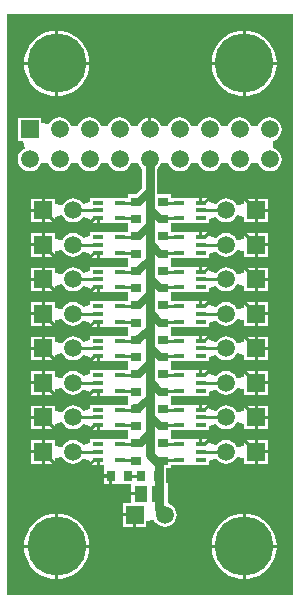
<source format=gtl>
%FSLAX24Y24*%
%MOIN*%
G70*
G01*
G75*
G04 Layer_Physical_Order=1*
G04 Layer_Color=255*
%ADD10R,0.0276X0.0354*%
%ADD11R,0.0335X0.0138*%
%ADD12R,0.0354X0.0276*%
%ADD13R,0.0433X0.0551*%
%ADD14C,0.0100*%
%ADD15C,0.0300*%
%ADD16C,0.0250*%
%ADD17R,0.0591X0.0591*%
%ADD18C,0.0591*%
%ADD19C,0.1969*%
G36*
X61890Y17066D02*
X52353D01*
Y36447D01*
X61890D01*
Y17066D01*
D02*
G37*
%LPC*%
G36*
X53500Y23395D02*
X53155D01*
Y23050D01*
X53500D01*
Y23395D01*
D02*
G37*
G36*
X61045D02*
X60700D01*
Y23050D01*
X61045D01*
Y23395D01*
D02*
G37*
G36*
X53500Y24100D02*
X53155D01*
Y23755D01*
X53500D01*
Y24100D01*
D02*
G37*
G36*
X61045Y22245D02*
X60700D01*
Y21900D01*
X61045D01*
Y22245D01*
D02*
G37*
G36*
X53500Y22950D02*
X53155D01*
Y22605D01*
X53500D01*
Y22950D01*
D02*
G37*
G36*
X61045D02*
X60700D01*
Y22605D01*
X61045D01*
Y22950D01*
D02*
G37*
G36*
X53500Y25250D02*
X53155D01*
Y24905D01*
X53500D01*
Y25250D01*
D02*
G37*
G36*
X61045D02*
X60700D01*
Y24905D01*
X61045D01*
Y25250D01*
D02*
G37*
G36*
X53500Y25695D02*
X53155D01*
Y25350D01*
X53500D01*
Y25695D01*
D02*
G37*
G36*
X61045Y24100D02*
X60700D01*
Y23755D01*
X61045D01*
Y24100D01*
D02*
G37*
G36*
X53500Y24545D02*
X53155D01*
Y24200D01*
X53500D01*
Y24545D01*
D02*
G37*
G36*
X61045D02*
X60700D01*
Y24200D01*
X61045D01*
Y24545D01*
D02*
G37*
G36*
X53500Y22245D02*
X53155D01*
Y21900D01*
X53500D01*
Y22245D01*
D02*
G37*
G36*
X61334Y18650D02*
X60300D01*
Y17616D01*
X60420Y17626D01*
X60586Y17666D01*
X60744Y17731D01*
X60889Y17820D01*
X61019Y17931D01*
X61130Y18061D01*
X61219Y18206D01*
X61284Y18364D01*
X61324Y18530D01*
X61334Y18650D01*
D02*
G37*
G36*
X53950Y19784D02*
X53830Y19774D01*
X53664Y19734D01*
X53506Y19669D01*
X53361Y19580D01*
X53231Y19469D01*
X53120Y19339D01*
X53031Y19194D01*
X52966Y19036D01*
X52926Y18870D01*
X52916Y18750D01*
X53950D01*
Y19784D01*
D02*
G37*
G36*
X54050D02*
Y18750D01*
X55084D01*
X55074Y18870D01*
X55034Y19036D01*
X54969Y19194D01*
X54880Y19339D01*
X54769Y19469D01*
X54639Y19580D01*
X54494Y19669D01*
X54336Y19734D01*
X54170Y19774D01*
X54050Y19784D01*
D02*
G37*
G36*
X53950Y18650D02*
X52916D01*
X52926Y18530D01*
X52966Y18364D01*
X53031Y18206D01*
X53120Y18061D01*
X53231Y17931D01*
X53361Y17820D01*
X53506Y17731D01*
X53664Y17666D01*
X53830Y17626D01*
X53950Y17616D01*
Y18650D01*
D02*
G37*
G36*
X55084D02*
X54050D01*
Y17616D01*
X54170Y17626D01*
X54336Y17666D01*
X54494Y17731D01*
X54639Y17820D01*
X54769Y17931D01*
X54880Y18061D01*
X54969Y18206D01*
X55034Y18364D01*
X55074Y18530D01*
X55084Y18650D01*
D02*
G37*
G36*
X60200D02*
X59166D01*
X59176Y18530D01*
X59216Y18364D01*
X59281Y18206D01*
X59370Y18061D01*
X59481Y17931D01*
X59611Y17820D01*
X59756Y17731D01*
X59914Y17666D01*
X60080Y17626D01*
X60200Y17616D01*
Y18650D01*
D02*
G37*
G36*
X55755Y21000D02*
X55567D01*
Y20773D01*
X55755D01*
Y21000D01*
D02*
G37*
G36*
X53500Y21800D02*
X53155D01*
Y21455D01*
X53500D01*
Y21800D01*
D02*
G37*
G36*
X61045D02*
X60700D01*
Y21455D01*
X61045D01*
Y21800D01*
D02*
G37*
G36*
X60200Y19784D02*
X60080Y19774D01*
X59914Y19734D01*
X59756Y19669D01*
X59611Y19580D01*
X59481Y19469D01*
X59370Y19339D01*
X59281Y19194D01*
X59216Y19036D01*
X59176Y18870D01*
X59166Y18750D01*
X60200D01*
Y19784D01*
D02*
G37*
G36*
X60300D02*
Y18750D01*
X61334D01*
X61324Y18870D01*
X61284Y19036D01*
X61219Y19194D01*
X61130Y19339D01*
X61019Y19469D01*
X60889Y19580D01*
X60744Y19669D01*
X60586Y19734D01*
X60420Y19774D01*
X60300Y19784D01*
D02*
G37*
G36*
X56550Y19700D02*
X56205D01*
Y19355D01*
X56550D01*
Y19700D01*
D02*
G37*
G36*
X61045Y30295D02*
X60700D01*
Y29950D01*
X61045D01*
Y30295D01*
D02*
G37*
G36*
X61100Y32999D02*
X60997Y32985D01*
X60901Y32945D01*
X60818Y32882D01*
X60755Y32799D01*
X60725Y32728D01*
X60475D01*
X60445Y32799D01*
X60382Y32882D01*
X60299Y32945D01*
X60203Y32985D01*
X60100Y32999D01*
X59997Y32985D01*
X59901Y32945D01*
X59818Y32882D01*
X59755Y32799D01*
X59725Y32728D01*
X59475D01*
X59445Y32799D01*
X59382Y32882D01*
X59299Y32945D01*
X59203Y32985D01*
X59100Y32999D01*
X58997Y32985D01*
X58901Y32945D01*
X58818Y32882D01*
X58755Y32799D01*
X58725Y32728D01*
X58475D01*
X58445Y32799D01*
X58382Y32882D01*
X58299Y32945D01*
X58203Y32985D01*
X58100Y32999D01*
X57997Y32985D01*
X57901Y32945D01*
X57818Y32882D01*
X57755Y32799D01*
X57725Y32728D01*
X57475D01*
X57445Y32799D01*
X57382Y32882D01*
X57299Y32945D01*
X57203Y32985D01*
X57150Y32992D01*
Y32600D01*
X57050D01*
Y32992D01*
X56997Y32985D01*
X56901Y32945D01*
X56818Y32882D01*
X56755Y32799D01*
X56725Y32728D01*
X56475D01*
X56445Y32799D01*
X56382Y32882D01*
X56299Y32945D01*
X56203Y32985D01*
X56100Y32999D01*
X55997Y32985D01*
X55901Y32945D01*
X55818Y32882D01*
X55755Y32799D01*
X55725Y32728D01*
X55475D01*
X55445Y32799D01*
X55382Y32882D01*
X55299Y32945D01*
X55203Y32985D01*
X55100Y32999D01*
X54997Y32985D01*
X54901Y32945D01*
X54818Y32882D01*
X54755Y32799D01*
X54725Y32728D01*
X54475D01*
X54445Y32799D01*
X54382Y32882D01*
X54299Y32945D01*
X54203Y32985D01*
X54100Y32999D01*
X53997Y32985D01*
X53901Y32945D01*
X53818Y32882D01*
X53755Y32799D01*
X53740Y32765D01*
X53495Y32814D01*
Y32995D01*
X52705D01*
Y32205D01*
X52886D01*
X52935Y31960D01*
X52901Y31945D01*
X52818Y31882D01*
X52755Y31799D01*
X52715Y31703D01*
X52701Y31600D01*
X52715Y31497D01*
X52755Y31401D01*
X52818Y31318D01*
X52901Y31255D01*
X52997Y31215D01*
X53100Y31201D01*
X53203Y31215D01*
X53299Y31255D01*
X53382Y31318D01*
X53445Y31401D01*
X53475Y31472D01*
X53725D01*
X53755Y31401D01*
X53818Y31318D01*
X53901Y31255D01*
X53997Y31215D01*
X54100Y31201D01*
X54203Y31215D01*
X54299Y31255D01*
X54382Y31318D01*
X54445Y31401D01*
X54475Y31472D01*
X54725D01*
X54755Y31401D01*
X54818Y31318D01*
X54901Y31255D01*
X54997Y31215D01*
X55100Y31201D01*
X55203Y31215D01*
X55299Y31255D01*
X55382Y31318D01*
X55445Y31401D01*
X55475Y31472D01*
X55725D01*
X55755Y31401D01*
X55818Y31318D01*
X55901Y31255D01*
X55997Y31215D01*
X56100Y31201D01*
X56203Y31215D01*
X56299Y31255D01*
X56382Y31318D01*
X56445Y31401D01*
X56475Y31472D01*
X56725D01*
X56755Y31401D01*
X56818Y31318D01*
X56845Y31297D01*
Y30620D01*
X56659Y30433D01*
X56373D01*
Y30325D01*
X55847D01*
D01*
D01*
X55847Y30325D01*
X55653D01*
Y30325D01*
X55118D01*
Y30197D01*
X54882Y30117D01*
X54832Y30182D01*
X54749Y30245D01*
X54653Y30285D01*
X54550Y30299D01*
X54447Y30285D01*
X54351Y30245D01*
X54268Y30182D01*
X54205Y30099D01*
X54190Y30065D01*
X53945Y30114D01*
Y30295D01*
X53600D01*
Y29900D01*
Y29505D01*
X53945D01*
Y29686D01*
X54190Y29735D01*
X54205Y29701D01*
X54268Y29618D01*
X54351Y29555D01*
X54447Y29515D01*
X54550Y29501D01*
X54653Y29515D01*
X54749Y29555D01*
X54832Y29618D01*
X54882Y29683D01*
X55118Y29603D01*
Y29475D01*
X55336D01*
Y29644D01*
X55436D01*
Y29475D01*
X55653D01*
Y29475D01*
X55653D01*
X55653Y29475D01*
X55847D01*
Y29475D01*
X56373D01*
X56373Y29367D01*
X56373D01*
X56373Y29283D01*
D01*
X56373Y29175D01*
X55847D01*
D01*
D01*
X55847Y29175D01*
X55653D01*
Y29175D01*
X55118D01*
Y29047D01*
X54882Y28967D01*
X54832Y29032D01*
X54749Y29095D01*
X54653Y29135D01*
X54550Y29149D01*
X54447Y29135D01*
X54351Y29095D01*
X54268Y29032D01*
X54205Y28949D01*
X54190Y28915D01*
X53945Y28964D01*
Y29145D01*
X53600D01*
Y28750D01*
Y28355D01*
X53945D01*
Y28536D01*
X54190Y28585D01*
X54205Y28551D01*
X54268Y28468D01*
X54351Y28405D01*
X54447Y28365D01*
X54550Y28351D01*
X54653Y28365D01*
X54749Y28405D01*
X54832Y28468D01*
X54882Y28533D01*
X55118Y28453D01*
Y28325D01*
X55336D01*
Y28494D01*
X55436D01*
Y28325D01*
X55653D01*
Y28325D01*
X55653D01*
X55653Y28325D01*
X55847D01*
Y28325D01*
X56373D01*
X56373Y28217D01*
X56373D01*
X56373Y28133D01*
D01*
X56373Y28025D01*
X55847D01*
D01*
D01*
X55847Y28025D01*
X55653D01*
Y28025D01*
X55118D01*
Y27897D01*
X54882Y27817D01*
X54832Y27882D01*
X54749Y27945D01*
X54653Y27985D01*
X54550Y27999D01*
X54447Y27985D01*
X54351Y27945D01*
X54268Y27882D01*
X54205Y27799D01*
X54190Y27765D01*
X53945Y27814D01*
Y27995D01*
X53600D01*
Y27600D01*
Y27205D01*
X53945D01*
Y27386D01*
X54190Y27435D01*
X54205Y27401D01*
X54268Y27318D01*
X54351Y27255D01*
X54447Y27215D01*
X54550Y27201D01*
X54653Y27215D01*
X54749Y27255D01*
X54832Y27318D01*
X54882Y27383D01*
X55118Y27303D01*
Y27175D01*
X55336D01*
Y27344D01*
X55436D01*
Y27175D01*
X55653D01*
Y27175D01*
X55653D01*
X55653Y27175D01*
X55847D01*
Y27175D01*
X56373D01*
X56373Y27067D01*
X56373D01*
X56373Y26983D01*
D01*
X56373Y26875D01*
X55847D01*
D01*
D01*
X55847Y26875D01*
X55653D01*
Y26875D01*
X55118D01*
Y26747D01*
X54882Y26667D01*
X54832Y26732D01*
X54749Y26795D01*
X54653Y26835D01*
X54550Y26849D01*
X54447Y26835D01*
X54351Y26795D01*
X54268Y26732D01*
X54205Y26649D01*
X54190Y26615D01*
X53945Y26664D01*
Y26845D01*
X53600D01*
Y26450D01*
Y26055D01*
X53945D01*
Y26236D01*
X54190Y26285D01*
X54205Y26251D01*
X54268Y26168D01*
X54351Y26105D01*
X54447Y26065D01*
X54550Y26051D01*
X54653Y26065D01*
X54749Y26105D01*
X54832Y26168D01*
X54882Y26233D01*
X55118Y26153D01*
Y26025D01*
X55336D01*
Y26194D01*
X55436D01*
Y26025D01*
X55653D01*
Y26025D01*
X55653D01*
X55653Y26025D01*
X55847D01*
Y26025D01*
X56373D01*
X56373Y25917D01*
X56373D01*
X56373Y25833D01*
D01*
X56373Y25725D01*
X55847D01*
D01*
D01*
X55847Y25725D01*
X55653D01*
Y25725D01*
X55118D01*
Y25597D01*
X54882Y25517D01*
X54832Y25582D01*
X54749Y25645D01*
X54653Y25685D01*
X54550Y25699D01*
X54447Y25685D01*
X54351Y25645D01*
X54268Y25582D01*
X54205Y25499D01*
X54190Y25465D01*
X53945Y25514D01*
Y25695D01*
X53600D01*
Y25300D01*
Y24905D01*
X53945D01*
Y25086D01*
X54190Y25135D01*
X54205Y25101D01*
X54268Y25018D01*
X54351Y24955D01*
X54447Y24915D01*
X54550Y24901D01*
X54653Y24915D01*
X54749Y24955D01*
X54832Y25018D01*
X54882Y25083D01*
X55118Y25003D01*
Y24875D01*
X55336D01*
Y25044D01*
X55436D01*
Y24875D01*
X55653D01*
Y24875D01*
X55653D01*
X55653Y24875D01*
X55847D01*
Y24875D01*
X56373D01*
X56373Y24767D01*
X56373D01*
X56373Y24683D01*
D01*
X56373Y24575D01*
X55847D01*
D01*
D01*
X55847Y24575D01*
X55653D01*
Y24575D01*
X55118D01*
Y24447D01*
X54882Y24367D01*
X54832Y24432D01*
X54749Y24495D01*
X54653Y24535D01*
X54550Y24549D01*
X54447Y24535D01*
X54351Y24495D01*
X54268Y24432D01*
X54205Y24349D01*
X54190Y24315D01*
X53945Y24364D01*
Y24545D01*
X53600D01*
Y24150D01*
Y23755D01*
X53945D01*
Y23936D01*
X54190Y23985D01*
X54205Y23951D01*
X54268Y23868D01*
X54351Y23805D01*
X54447Y23765D01*
X54550Y23751D01*
X54653Y23765D01*
X54749Y23805D01*
X54832Y23868D01*
X54882Y23933D01*
X55118Y23853D01*
Y23725D01*
X55336D01*
Y23894D01*
X55436D01*
Y23725D01*
X55653D01*
Y23725D01*
X55653D01*
X55653Y23725D01*
X55847D01*
Y23725D01*
X56373D01*
X56373Y23617D01*
X56373D01*
X56373Y23533D01*
D01*
X56373Y23425D01*
X55847D01*
D01*
D01*
X55847Y23425D01*
X55653D01*
Y23425D01*
X55118D01*
Y23297D01*
X54882Y23217D01*
X54832Y23282D01*
X54749Y23345D01*
X54653Y23385D01*
X54550Y23399D01*
X54447Y23385D01*
X54351Y23345D01*
X54268Y23282D01*
X54205Y23199D01*
X54190Y23165D01*
X53945Y23214D01*
Y23395D01*
X53600D01*
Y23000D01*
Y22605D01*
X53945D01*
Y22786D01*
X54190Y22835D01*
X54205Y22801D01*
X54268Y22718D01*
X54351Y22655D01*
X54447Y22615D01*
X54550Y22601D01*
X54653Y22615D01*
X54749Y22655D01*
X54832Y22718D01*
X54882Y22783D01*
X55118Y22703D01*
Y22575D01*
X55336D01*
Y22744D01*
X55436D01*
Y22575D01*
X55653D01*
Y22575D01*
X55653D01*
X55653Y22575D01*
X55847D01*
Y22575D01*
X56373D01*
X56373Y22467D01*
X56373D01*
X56373Y22383D01*
D01*
X56373Y22275D01*
X55847D01*
D01*
D01*
X55847Y22275D01*
X55653D01*
Y22275D01*
X55118D01*
Y22147D01*
X54882Y22067D01*
X54832Y22132D01*
X54749Y22195D01*
X54653Y22235D01*
X54550Y22249D01*
X54447Y22235D01*
X54351Y22195D01*
X54268Y22132D01*
X54205Y22049D01*
X54190Y22015D01*
X53945Y22064D01*
Y22245D01*
X53600D01*
Y21850D01*
Y21455D01*
X53945D01*
Y21636D01*
X54190Y21685D01*
X54205Y21651D01*
X54268Y21568D01*
X54351Y21505D01*
X54447Y21465D01*
X54550Y21451D01*
X54653Y21465D01*
X54749Y21505D01*
X54832Y21568D01*
X54882Y21633D01*
X55118Y21553D01*
Y21425D01*
X55336D01*
Y21594D01*
X55436D01*
Y21425D01*
X55567D01*
Y21327D01*
X55567D01*
Y21100D01*
X55805D01*
Y21050D01*
X55855D01*
Y20773D01*
X55981D01*
Y20773D01*
X55981Y20773D01*
X56043Y20773D01*
X56100D01*
X56157D01*
X56219Y20773D01*
X56219Y20773D01*
Y20773D01*
X56488D01*
Y20500D01*
X56805D01*
Y20400D01*
X56488D01*
Y20145D01*
X56205D01*
Y19800D01*
X56600D01*
Y19750D01*
X56650D01*
Y19355D01*
X56995D01*
Y19536D01*
X57240Y19585D01*
X57255Y19551D01*
X57318Y19468D01*
X57401Y19405D01*
X57497Y19365D01*
X57600Y19351D01*
X57703Y19365D01*
X57799Y19405D01*
X57882Y19468D01*
X57945Y19551D01*
X57985Y19647D01*
X57999Y19750D01*
X57985Y19853D01*
X57945Y19949D01*
X57882Y20032D01*
X57799Y20095D01*
X57712Y20132D01*
Y20826D01*
X57655D01*
Y21317D01*
X57827D01*
Y21425D01*
X58353D01*
Y21425D01*
X58353D01*
X58353Y21425D01*
X58547D01*
Y21425D01*
X59082D01*
Y21553D01*
X59318Y21633D01*
X59368Y21568D01*
X59451Y21505D01*
X59547Y21465D01*
X59650Y21451D01*
X59753Y21465D01*
X59849Y21505D01*
X59932Y21568D01*
X59995Y21651D01*
X60010Y21685D01*
X60255Y21636D01*
Y21455D01*
X60600D01*
Y21850D01*
Y22245D01*
X60255D01*
Y22064D01*
X60010Y22015D01*
X59995Y22049D01*
X59932Y22132D01*
X59849Y22195D01*
X59753Y22235D01*
X59650Y22249D01*
X59547Y22235D01*
X59451Y22195D01*
X59368Y22132D01*
X59318Y22067D01*
X59082Y22147D01*
Y22275D01*
X58864D01*
Y22106D01*
X58764D01*
Y22275D01*
X58547D01*
D01*
D01*
X58547Y22275D01*
X58353D01*
Y22275D01*
X57827D01*
X57827Y22383D01*
D01*
Y22467D01*
D01*
X57827Y22575D01*
X58353D01*
Y22575D01*
X58353D01*
X58353Y22575D01*
X58547D01*
Y22575D01*
X59082D01*
Y22703D01*
X59318Y22783D01*
X59368Y22718D01*
X59451Y22655D01*
X59547Y22615D01*
X59650Y22601D01*
X59753Y22615D01*
X59849Y22655D01*
X59932Y22718D01*
X59995Y22801D01*
X60010Y22835D01*
X60255Y22786D01*
Y22605D01*
X60600D01*
Y23000D01*
Y23395D01*
X60255D01*
Y23214D01*
X60010Y23165D01*
X59995Y23199D01*
X59932Y23282D01*
X59849Y23345D01*
X59753Y23385D01*
X59650Y23399D01*
X59547Y23385D01*
X59451Y23345D01*
X59368Y23282D01*
X59318Y23217D01*
X59082Y23297D01*
Y23425D01*
X58864D01*
Y23256D01*
X58764D01*
Y23425D01*
X58547D01*
D01*
D01*
X58547Y23425D01*
X58353D01*
Y23425D01*
X57827D01*
X57827Y23533D01*
D01*
Y23617D01*
D01*
X57827Y23725D01*
X58353D01*
Y23725D01*
X58353D01*
X58353Y23725D01*
X58547D01*
Y23725D01*
X59082D01*
Y23853D01*
X59318Y23933D01*
X59368Y23868D01*
X59451Y23805D01*
X59547Y23765D01*
X59650Y23751D01*
X59753Y23765D01*
X59849Y23805D01*
X59932Y23868D01*
X59995Y23951D01*
X60010Y23985D01*
X60255Y23936D01*
Y23755D01*
X60600D01*
Y24150D01*
Y24545D01*
X60255D01*
Y24364D01*
X60010Y24315D01*
X59995Y24349D01*
X59932Y24432D01*
X59849Y24495D01*
X59753Y24535D01*
X59650Y24549D01*
X59547Y24535D01*
X59451Y24495D01*
X59368Y24432D01*
X59318Y24367D01*
X59082Y24447D01*
Y24575D01*
X58864D01*
Y24406D01*
X58764D01*
Y24575D01*
X58547D01*
D01*
D01*
X58547Y24575D01*
X58353D01*
Y24575D01*
X57827D01*
X57827Y24683D01*
D01*
Y24767D01*
D01*
X57827Y24875D01*
X58353D01*
Y24875D01*
X58353D01*
X58353Y24875D01*
X58547D01*
Y24875D01*
X59082D01*
Y25003D01*
X59318Y25083D01*
X59368Y25018D01*
X59451Y24955D01*
X59547Y24915D01*
X59650Y24901D01*
X59753Y24915D01*
X59849Y24955D01*
X59932Y25018D01*
X59995Y25101D01*
X60010Y25135D01*
X60255Y25086D01*
Y24905D01*
X60600D01*
Y25300D01*
Y25695D01*
X60255D01*
Y25514D01*
X60010Y25465D01*
X59995Y25499D01*
X59932Y25582D01*
X59849Y25645D01*
X59753Y25685D01*
X59650Y25699D01*
X59547Y25685D01*
X59451Y25645D01*
X59368Y25582D01*
X59318Y25517D01*
X59082Y25597D01*
Y25725D01*
X58864D01*
Y25556D01*
X58764D01*
Y25725D01*
X58547D01*
D01*
D01*
X58547Y25725D01*
X58353D01*
Y25725D01*
X57827D01*
X57827Y25833D01*
D01*
Y25917D01*
D01*
X57827Y26025D01*
X58353D01*
Y26025D01*
X58353D01*
X58353Y26025D01*
X58547D01*
Y26025D01*
X59082D01*
Y26153D01*
X59318Y26233D01*
X59368Y26168D01*
X59451Y26105D01*
X59547Y26065D01*
X59650Y26051D01*
X59753Y26065D01*
X59849Y26105D01*
X59932Y26168D01*
X59995Y26251D01*
X60010Y26285D01*
X60255Y26236D01*
Y26055D01*
X60600D01*
Y26450D01*
Y26845D01*
X60255D01*
Y26664D01*
X60010Y26615D01*
X59995Y26649D01*
X59932Y26732D01*
X59849Y26795D01*
X59753Y26835D01*
X59650Y26849D01*
X59547Y26835D01*
X59451Y26795D01*
X59368Y26732D01*
X59318Y26667D01*
X59082Y26747D01*
Y26875D01*
X58864D01*
Y26706D01*
X58764D01*
Y26875D01*
X58547D01*
D01*
D01*
X58547Y26875D01*
X58353D01*
Y26875D01*
X57827D01*
X57827Y26983D01*
D01*
Y27067D01*
D01*
X57827Y27175D01*
X58353D01*
Y27175D01*
X58353D01*
X58353Y27175D01*
X58547D01*
Y27175D01*
X59082D01*
Y27303D01*
X59318Y27383D01*
X59368Y27318D01*
X59451Y27255D01*
X59547Y27215D01*
X59650Y27201D01*
X59753Y27215D01*
X59849Y27255D01*
X59932Y27318D01*
X59995Y27401D01*
X60010Y27435D01*
X60255Y27386D01*
Y27205D01*
X60600D01*
Y27600D01*
Y27995D01*
X60255D01*
Y27814D01*
X60010Y27765D01*
X59995Y27799D01*
X59932Y27882D01*
X59849Y27945D01*
X59753Y27985D01*
X59650Y27999D01*
X59547Y27985D01*
X59451Y27945D01*
X59368Y27882D01*
X59318Y27817D01*
X59082Y27897D01*
Y28025D01*
X58864D01*
Y27856D01*
X58764D01*
Y28025D01*
X58547D01*
D01*
D01*
X58547Y28025D01*
X58353D01*
Y28025D01*
X57827D01*
X57827Y28133D01*
D01*
Y28217D01*
D01*
X57827Y28325D01*
X58353D01*
Y28325D01*
X58353D01*
X58353Y28325D01*
X58547D01*
Y28325D01*
X59082D01*
Y28453D01*
X59318Y28533D01*
X59368Y28468D01*
X59451Y28405D01*
X59547Y28365D01*
X59650Y28351D01*
X59753Y28365D01*
X59849Y28405D01*
X59932Y28468D01*
X59995Y28551D01*
X60010Y28585D01*
X60255Y28536D01*
Y28355D01*
X60600D01*
Y28750D01*
Y29145D01*
X60255D01*
Y28964D01*
X60010Y28915D01*
X59995Y28949D01*
X59932Y29032D01*
X59849Y29095D01*
X59753Y29135D01*
X59650Y29149D01*
X59547Y29135D01*
X59451Y29095D01*
X59368Y29032D01*
X59318Y28967D01*
X59082Y29047D01*
Y29175D01*
X58864D01*
Y29006D01*
X58764D01*
Y29175D01*
X58547D01*
D01*
D01*
X58547Y29175D01*
X58353D01*
Y29175D01*
X57827D01*
X57827Y29283D01*
D01*
Y29367D01*
D01*
X57827Y29475D01*
X58353D01*
Y29475D01*
X58353D01*
X58353Y29475D01*
X58547D01*
Y29475D01*
X59082D01*
Y29603D01*
X59318Y29683D01*
X59368Y29618D01*
X59451Y29555D01*
X59547Y29515D01*
X59650Y29501D01*
X59753Y29515D01*
X59849Y29555D01*
X59932Y29618D01*
X59995Y29701D01*
X60010Y29735D01*
X60255Y29686D01*
Y29505D01*
X60600D01*
Y29900D01*
Y30295D01*
X60255D01*
Y30114D01*
X60010Y30065D01*
X59995Y30099D01*
X59932Y30182D01*
X59849Y30245D01*
X59753Y30285D01*
X59650Y30299D01*
X59547Y30285D01*
X59451Y30245D01*
X59368Y30182D01*
X59318Y30117D01*
X59082Y30197D01*
Y30325D01*
X58864D01*
Y30156D01*
X58764D01*
Y30325D01*
X58547D01*
D01*
D01*
X58547Y30325D01*
X58353D01*
Y30325D01*
X57827D01*
Y30433D01*
X57355D01*
Y30550D01*
Y31297D01*
X57382Y31318D01*
X57445Y31401D01*
X57475Y31472D01*
X57725D01*
X57755Y31401D01*
X57818Y31318D01*
X57901Y31255D01*
X57997Y31215D01*
X58100Y31201D01*
X58203Y31215D01*
X58299Y31255D01*
X58382Y31318D01*
X58445Y31401D01*
X58475Y31472D01*
X58725D01*
X58755Y31401D01*
X58818Y31318D01*
X58901Y31255D01*
X58997Y31215D01*
X59100Y31201D01*
X59203Y31215D01*
X59299Y31255D01*
X59382Y31318D01*
X59445Y31401D01*
X59475Y31472D01*
X59725D01*
X59755Y31401D01*
X59818Y31318D01*
X59901Y31255D01*
X59997Y31215D01*
X60100Y31201D01*
X60203Y31215D01*
X60299Y31255D01*
X60382Y31318D01*
X60445Y31401D01*
X60475Y31472D01*
X60725D01*
X60755Y31401D01*
X60818Y31318D01*
X60901Y31255D01*
X60997Y31215D01*
X61100Y31201D01*
X61203Y31215D01*
X61299Y31255D01*
X61382Y31318D01*
X61445Y31401D01*
X61485Y31497D01*
X61499Y31600D01*
X61485Y31703D01*
X61445Y31799D01*
X61382Y31882D01*
X61299Y31945D01*
X61228Y31975D01*
Y32225D01*
X61299Y32255D01*
X61382Y32318D01*
X61445Y32401D01*
X61485Y32497D01*
X61499Y32600D01*
X61485Y32703D01*
X61445Y32799D01*
X61382Y32882D01*
X61299Y32945D01*
X61203Y32985D01*
X61100Y32999D01*
D02*
G37*
G36*
X53950Y34750D02*
X52916D01*
X52926Y34630D01*
X52966Y34464D01*
X53031Y34306D01*
X53120Y34161D01*
X53231Y34031D01*
X53361Y33920D01*
X53506Y33831D01*
X53664Y33766D01*
X53830Y33726D01*
X53950Y33716D01*
Y34750D01*
D02*
G37*
G36*
X53500Y29850D02*
X53155D01*
Y29505D01*
X53500D01*
Y29850D01*
D02*
G37*
G36*
X61045D02*
X60700D01*
Y29505D01*
X61045D01*
Y29850D01*
D02*
G37*
G36*
X53500Y30295D02*
X53155D01*
Y29950D01*
X53500D01*
Y30295D01*
D02*
G37*
G36*
X55084Y34750D02*
X54050D01*
Y33716D01*
X54170Y33726D01*
X54336Y33766D01*
X54494Y33831D01*
X54639Y33920D01*
X54769Y34031D01*
X54880Y34161D01*
X54969Y34306D01*
X55034Y34464D01*
X55074Y34630D01*
X55084Y34750D01*
D02*
G37*
G36*
X54050Y35884D02*
Y34850D01*
X55084D01*
X55074Y34970D01*
X55034Y35136D01*
X54969Y35294D01*
X54880Y35439D01*
X54769Y35569D01*
X54639Y35680D01*
X54494Y35769D01*
X54336Y35834D01*
X54170Y35874D01*
X54050Y35884D01*
D02*
G37*
G36*
X60200D02*
X60080Y35874D01*
X59914Y35834D01*
X59756Y35769D01*
X59611Y35680D01*
X59481Y35569D01*
X59370Y35439D01*
X59281Y35294D01*
X59216Y35136D01*
X59176Y34970D01*
X59166Y34850D01*
X60200D01*
Y35884D01*
D02*
G37*
G36*
X60300D02*
Y34850D01*
X61334D01*
X61324Y34970D01*
X61284Y35136D01*
X61219Y35294D01*
X61130Y35439D01*
X61019Y35569D01*
X60889Y35680D01*
X60744Y35769D01*
X60586Y35834D01*
X60420Y35874D01*
X60300Y35884D01*
D02*
G37*
G36*
X60200Y34750D02*
X59166D01*
X59176Y34630D01*
X59216Y34464D01*
X59281Y34306D01*
X59370Y34161D01*
X59481Y34031D01*
X59611Y33920D01*
X59756Y33831D01*
X59914Y33766D01*
X60080Y33726D01*
X60200Y33716D01*
Y34750D01*
D02*
G37*
G36*
X61334D02*
X60300D01*
Y33716D01*
X60420Y33726D01*
X60586Y33766D01*
X60744Y33831D01*
X60889Y33920D01*
X61019Y34031D01*
X61130Y34161D01*
X61219Y34306D01*
X61284Y34464D01*
X61324Y34630D01*
X61334Y34750D01*
D02*
G37*
G36*
X53950Y35884D02*
X53830Y35874D01*
X53664Y35834D01*
X53506Y35769D01*
X53361Y35680D01*
X53231Y35569D01*
X53120Y35439D01*
X53031Y35294D01*
X52966Y35136D01*
X52926Y34970D01*
X52916Y34850D01*
X53950D01*
Y35884D01*
D02*
G37*
G36*
X53500Y26845D02*
X53155D01*
Y26500D01*
X53500D01*
Y26845D01*
D02*
G37*
G36*
X61045D02*
X60700D01*
Y26500D01*
X61045D01*
Y26845D01*
D02*
G37*
G36*
X53500Y27550D02*
X53155D01*
Y27205D01*
X53500D01*
Y27550D01*
D02*
G37*
G36*
X61045Y25695D02*
X60700D01*
Y25350D01*
X61045D01*
Y25695D01*
D02*
G37*
G36*
X53500Y26400D02*
X53155D01*
Y26055D01*
X53500D01*
Y26400D01*
D02*
G37*
G36*
X61045D02*
X60700D01*
Y26055D01*
X61045D01*
Y26400D01*
D02*
G37*
G36*
Y27550D02*
X60700D01*
Y27205D01*
X61045D01*
Y27550D01*
D02*
G37*
G36*
Y28700D02*
X60700D01*
Y28355D01*
X61045D01*
Y28700D01*
D02*
G37*
G36*
X53500Y29145D02*
X53155D01*
Y28800D01*
X53500D01*
Y29145D01*
D02*
G37*
G36*
X61045D02*
X60700D01*
Y28800D01*
X61045D01*
Y29145D01*
D02*
G37*
G36*
X53500Y27995D02*
X53155D01*
Y27650D01*
X53500D01*
Y27995D01*
D02*
G37*
G36*
X61045D02*
X60700D01*
Y27650D01*
X61045D01*
Y27995D01*
D02*
G37*
G36*
X53500Y28700D02*
X53155D01*
Y28355D01*
X53500D01*
Y28700D01*
D02*
G37*
%LPD*%
D10*
X56395Y21050D02*
D03*
X55805D02*
D03*
X56805D02*
D03*
X57395D02*
D03*
D11*
X55386Y22106D02*
D03*
Y21850D02*
D03*
Y21594D02*
D03*
X56114D02*
D03*
Y22106D02*
D03*
X58814Y21594D02*
D03*
Y21850D02*
D03*
Y22106D02*
D03*
X58086D02*
D03*
Y21594D02*
D03*
X55386Y23256D02*
D03*
Y23000D02*
D03*
Y22744D02*
D03*
X56114D02*
D03*
Y23256D02*
D03*
X58814Y22744D02*
D03*
Y23000D02*
D03*
Y23256D02*
D03*
X58086D02*
D03*
Y22744D02*
D03*
X55386Y24406D02*
D03*
Y24150D02*
D03*
Y23894D02*
D03*
X56114D02*
D03*
Y24406D02*
D03*
X58814Y23894D02*
D03*
Y24150D02*
D03*
Y24406D02*
D03*
X58086D02*
D03*
Y23894D02*
D03*
X55386Y25556D02*
D03*
Y25300D02*
D03*
Y25044D02*
D03*
X56114D02*
D03*
Y25556D02*
D03*
X58814Y25044D02*
D03*
Y25300D02*
D03*
Y25556D02*
D03*
X58086D02*
D03*
Y25044D02*
D03*
X55386Y26706D02*
D03*
Y26450D02*
D03*
Y26194D02*
D03*
X56114D02*
D03*
Y26706D02*
D03*
X58814Y26194D02*
D03*
Y26450D02*
D03*
Y26706D02*
D03*
X58086D02*
D03*
Y26194D02*
D03*
X55386Y27856D02*
D03*
Y27600D02*
D03*
Y27344D02*
D03*
X56114D02*
D03*
Y27856D02*
D03*
X58814Y27344D02*
D03*
Y27600D02*
D03*
Y27856D02*
D03*
X58086D02*
D03*
Y27344D02*
D03*
X55386Y29006D02*
D03*
Y28750D02*
D03*
Y28494D02*
D03*
X56114D02*
D03*
Y29006D02*
D03*
X58814Y28494D02*
D03*
Y28750D02*
D03*
Y29006D02*
D03*
X58086D02*
D03*
Y28494D02*
D03*
X55386Y30156D02*
D03*
Y29900D02*
D03*
Y29644D02*
D03*
X56114D02*
D03*
Y30156D02*
D03*
X58814Y29644D02*
D03*
Y29900D02*
D03*
Y30156D02*
D03*
X58086D02*
D03*
Y29644D02*
D03*
D12*
X56650Y22145D02*
D03*
Y21555D02*
D03*
X57550Y21555D02*
D03*
Y22145D02*
D03*
X56650Y23295D02*
D03*
Y22705D02*
D03*
X57550Y22705D02*
D03*
Y23295D02*
D03*
X56650Y24445D02*
D03*
Y23855D02*
D03*
X57550Y23855D02*
D03*
Y24445D02*
D03*
X56650Y25595D02*
D03*
Y25005D02*
D03*
X57550Y25005D02*
D03*
Y25595D02*
D03*
X56650Y26745D02*
D03*
Y26155D02*
D03*
X57550Y26155D02*
D03*
Y26745D02*
D03*
X56650Y27895D02*
D03*
Y27305D02*
D03*
X57550Y27305D02*
D03*
Y27895D02*
D03*
X56650Y29045D02*
D03*
Y28455D02*
D03*
X57550Y28455D02*
D03*
Y29045D02*
D03*
X56650Y30195D02*
D03*
Y29605D02*
D03*
X57550Y29605D02*
D03*
Y30195D02*
D03*
D13*
X56805Y20450D02*
D03*
X57395D02*
D03*
D14*
X55600Y21050D02*
X55800D01*
X55250Y21600D02*
X55400D01*
X55386Y21264D02*
X55600Y21050D01*
X55386Y21264D02*
Y21594D01*
X56395Y21050D02*
X56805D01*
X57445Y21555D02*
X57500D01*
X56114Y23256D02*
X56706D01*
X56745Y24445D02*
X56755D01*
X56700D02*
X56745D01*
X56700Y24400D02*
X56745Y24445D01*
X55250Y22750D02*
X55400D01*
X55386Y22744D02*
X55456D01*
X55200Y23900D02*
X55400D01*
X55386Y23894D02*
X55456D01*
X55250Y25050D02*
X55400D01*
X55386Y25044D02*
X55456D01*
X55250Y26200D02*
X55400D01*
X55386Y26194D02*
X55456D01*
X55250Y27350D02*
X55400D01*
X55386Y27344D02*
X55456D01*
X55386Y28494D02*
X55456D01*
X55250Y28500D02*
X55400D01*
X56114Y21594D02*
X56694D01*
X56114Y22744D02*
X56644D01*
X56114Y23894D02*
X56744D01*
X56114Y24406D02*
X56656D01*
X56114Y25044D02*
X56644D01*
X56114Y26194D02*
X56694D01*
X56114Y26706D02*
X56694D01*
X56114Y27344D02*
X56694D01*
X56114Y27856D02*
X56656D01*
X56114Y28494D02*
X56694D01*
X56114Y29006D02*
X56694D01*
X56114Y29644D02*
X56694D01*
X56114Y30156D02*
X56694D01*
X55000Y21350D02*
X55250Y21600D01*
X55000Y22500D02*
X55250Y22750D01*
Y29650D02*
X55400D01*
X55000Y29400D02*
X55250Y29650D01*
X55000Y28250D02*
X55250Y28500D01*
X55000Y27100D02*
X55250Y27350D01*
X55000Y25950D02*
X55250Y26200D01*
X55000Y24800D02*
X55250Y25050D01*
X54950Y23650D02*
X55200Y23900D01*
X53500Y21850D02*
X53550D01*
X54050Y21350D01*
X55000D01*
X53500Y23000D02*
X53550D01*
X54050Y22500D01*
X55000D01*
X53500Y24150D02*
X53550D01*
X54050Y23650D01*
X54950D01*
X53500Y25300D02*
X53550D01*
X54050Y24800D01*
X55000D01*
X53500Y26450D02*
X53550D01*
X54050Y25950D01*
X55000D01*
X53500Y27600D02*
X53550D01*
X54050Y27100D01*
X55000D01*
X53500Y28750D02*
X53550D01*
X54050Y28250D01*
X55000D01*
X53500Y29900D02*
X53550D01*
X54050Y29400D01*
X55000D01*
X58800Y21850D02*
X58814D01*
X59650D01*
X58814Y23000D02*
X59650D01*
X58814Y24150D02*
X59650D01*
X58814Y25300D02*
X59650D01*
X58814Y26450D02*
X59650D01*
X58814Y27600D02*
X59650D01*
X58814Y28750D02*
X59650D01*
X58814Y29900D02*
X59650D01*
X57445Y23855D02*
X57500D01*
X57445Y25005D02*
X57500D01*
X57445Y26155D02*
X57500D01*
X57445Y27305D02*
X57500D01*
X57445Y28455D02*
X57500D01*
X57445Y29605D02*
X57500D01*
X56700Y30195D02*
X56745D01*
X56656Y25556D02*
X56700Y25600D01*
X56114Y25556D02*
X56656D01*
X56606Y22106D02*
X56650Y22150D01*
X56114Y22106D02*
X56606D01*
X57445Y22705D02*
X57500D01*
X57556Y22106D02*
X58086D01*
X57556Y23256D02*
X58086D01*
X57506Y24406D02*
X58086D01*
X57556Y25556D02*
X58086D01*
X57556Y26706D02*
X58086D01*
X57556Y27856D02*
X58086D01*
X57594Y29006D02*
X58086D01*
X57606Y30156D02*
X58086D01*
X57556Y29644D02*
X58086D01*
X57606Y28494D02*
X58086D01*
X57606Y27344D02*
X58086D01*
X57606Y26194D02*
X58086D01*
X57606Y25044D02*
X58086D01*
X57556Y23894D02*
X58086D01*
X57556Y22744D02*
X58086D01*
X57606Y21594D02*
X58086D01*
X60150Y30400D02*
X60650Y29900D01*
X59150Y30400D02*
X60150D01*
X58900Y30150D02*
X59150Y30400D01*
X58800Y30150D02*
X58900D01*
X60150Y29250D02*
X60650Y28750D01*
X59150Y29250D02*
X60150D01*
X58900Y29000D02*
X59150Y29250D01*
X58800Y29000D02*
X58900D01*
X60150Y28100D02*
X60650Y27600D01*
X59150Y28100D02*
X60150D01*
X58900Y27850D02*
X59150Y28100D01*
X58800Y27850D02*
X58900D01*
X60150Y26950D02*
X60650Y26450D01*
X59150Y26950D02*
X60150D01*
X58900Y26700D02*
X59150Y26950D01*
X60150Y25800D02*
X60650Y25300D01*
X59150Y25800D02*
X60150D01*
X58900Y25550D02*
X59150Y25800D01*
X60150Y24650D02*
X60650Y24150D01*
X59150Y24650D02*
X60150D01*
X58900Y24400D02*
X59150Y24650D01*
X60150Y23500D02*
X60650Y23000D01*
X59150Y23500D02*
X60150D01*
X58900Y23250D02*
X59150Y23500D01*
X60150Y22350D02*
X60650Y21850D01*
X59150Y22350D02*
X60150D01*
X58900Y22100D02*
X59150Y22350D01*
X58800Y22100D02*
X58900D01*
X54550Y29900D02*
X55386D01*
X54550Y28750D02*
X55386D01*
X54550Y27600D02*
X55386D01*
X54550Y26450D02*
X55386D01*
X54550Y25300D02*
X55386D01*
X54550Y24150D02*
X55386D01*
X54550Y23000D02*
X55386D01*
X54550Y21850D02*
X55386D01*
X53550D02*
Y23000D01*
Y24150D01*
Y25300D01*
Y26450D01*
Y27600D01*
Y28750D01*
Y29900D01*
X60650Y21850D02*
Y23000D01*
Y24150D01*
Y25300D01*
Y26450D01*
Y27600D01*
Y28750D01*
Y29900D01*
Y21600D02*
Y21850D01*
D15*
X57400Y19950D02*
X57600Y19750D01*
X57400Y19950D02*
Y21450D01*
X57100Y21750D02*
X57400Y21450D01*
X57100Y21750D02*
Y23050D01*
Y24200D01*
Y25350D01*
Y26500D01*
Y27650D01*
Y28800D01*
Y29400D01*
Y29950D01*
Y30550D01*
Y31600D01*
D16*
X56745Y24445D02*
X57100Y24800D01*
X56750Y23300D02*
X57100Y23650D01*
X56750Y26750D02*
X57075Y27075D01*
X56750Y27900D02*
X57100Y28250D01*
Y24200D02*
X57445Y23855D01*
X57100Y25350D02*
X57445Y25005D01*
X57100Y26500D02*
X57445Y26155D01*
X57100Y27650D02*
X57445Y27305D01*
X57100Y29950D02*
X57445Y29605D01*
X57100Y28800D02*
X57445Y28455D01*
X56745Y30195D02*
X57100Y30550D01*
X56750Y29050D02*
X57100Y29400D01*
X56750Y25600D02*
X57075Y25925D01*
X56700Y25600D02*
X56750D01*
X56800Y22150D02*
X57050Y22400D01*
X56650Y22150D02*
X56800D01*
X57100Y23050D02*
X57445Y22705D01*
X56600Y23300D02*
X56750D01*
D17*
X53100Y32600D02*
D03*
X53550Y29900D02*
D03*
Y28750D02*
D03*
Y27600D02*
D03*
Y26450D02*
D03*
Y25300D02*
D03*
Y24150D02*
D03*
Y23000D02*
D03*
Y21850D02*
D03*
X60650Y29900D02*
D03*
Y28750D02*
D03*
Y27600D02*
D03*
Y26450D02*
D03*
Y25300D02*
D03*
Y24150D02*
D03*
Y23000D02*
D03*
Y21850D02*
D03*
X56600Y19750D02*
D03*
D18*
X61100Y31600D02*
D03*
Y32600D02*
D03*
X60100Y31600D02*
D03*
Y32600D02*
D03*
X59100Y31600D02*
D03*
Y32600D02*
D03*
X58100Y31600D02*
D03*
Y32600D02*
D03*
X57100Y31600D02*
D03*
Y32600D02*
D03*
X56100Y31600D02*
D03*
Y32600D02*
D03*
X55100Y31600D02*
D03*
Y32600D02*
D03*
X54100Y31600D02*
D03*
Y32600D02*
D03*
X53100Y31600D02*
D03*
X54550Y29900D02*
D03*
Y28750D02*
D03*
Y27600D02*
D03*
Y26450D02*
D03*
Y25300D02*
D03*
Y24150D02*
D03*
Y23000D02*
D03*
Y21850D02*
D03*
X59650Y29900D02*
D03*
Y28750D02*
D03*
Y27600D02*
D03*
Y26450D02*
D03*
Y25300D02*
D03*
Y24150D02*
D03*
Y23000D02*
D03*
Y21850D02*
D03*
X57600Y19750D02*
D03*
D19*
X54000Y18700D02*
D03*
X60250D02*
D03*
Y34800D02*
D03*
X54000D02*
D03*
M02*

</source>
